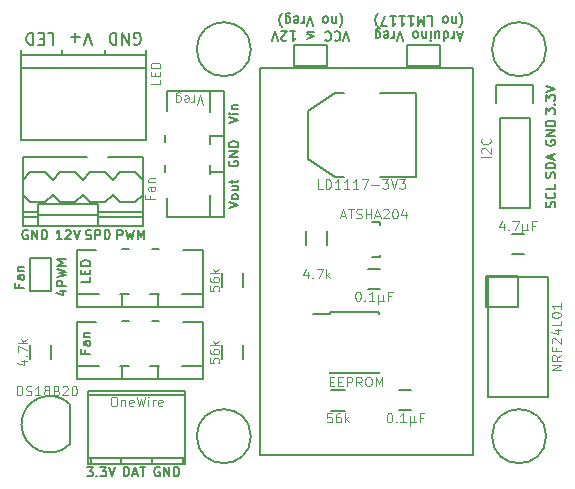
<source format=gto>
G04 #@! TF.FileFunction,Legend,Top*
%FSLAX46Y46*%
G04 Gerber Fmt 4.6, Leading zero omitted, Abs format (unit mm)*
G04 Created by KiCad (PCBNEW 4.0.2-stable) date Samedi 23 avril 2016 19:09:36*
%MOMM*%
G01*
G04 APERTURE LIST*
%ADD10C,0.100000*%
%ADD11C,0.150000*%
%ADD12C,0.200000*%
%ADD13C,0.127000*%
G04 APERTURE END LIST*
D10*
X137219048Y-42038095D02*
X136952381Y-41238095D01*
X136685714Y-42038095D01*
X136419048Y-41238095D02*
X136419048Y-41771429D01*
X136419048Y-41619048D02*
X136380953Y-41695238D01*
X136342857Y-41733333D01*
X136266667Y-41771429D01*
X136190476Y-41771429D01*
X135619048Y-41276190D02*
X135695238Y-41238095D01*
X135847619Y-41238095D01*
X135923810Y-41276190D01*
X135961905Y-41352381D01*
X135961905Y-41657143D01*
X135923810Y-41733333D01*
X135847619Y-41771429D01*
X135695238Y-41771429D01*
X135619048Y-41733333D01*
X135580953Y-41657143D01*
X135580953Y-41580952D01*
X135961905Y-41504762D01*
X134895239Y-41771429D02*
X134895239Y-41123810D01*
X134933334Y-41047619D01*
X134971429Y-41009524D01*
X135047620Y-40971429D01*
X135161905Y-40971429D01*
X135238096Y-41009524D01*
X134895239Y-41276190D02*
X134971429Y-41238095D01*
X135123810Y-41238095D01*
X135200001Y-41276190D01*
X135238096Y-41314286D01*
X135276191Y-41390476D01*
X135276191Y-41619048D01*
X135238096Y-41695238D01*
X135200001Y-41733333D01*
X135123810Y-41771429D01*
X134971429Y-41771429D01*
X134895239Y-41733333D01*
X147904476Y-65474857D02*
X148171143Y-65474857D01*
X148285429Y-65893905D02*
X147904476Y-65893905D01*
X147904476Y-65093905D01*
X148285429Y-65093905D01*
X148628286Y-65474857D02*
X148894953Y-65474857D01*
X149009239Y-65893905D02*
X148628286Y-65893905D01*
X148628286Y-65093905D01*
X149009239Y-65093905D01*
X149352096Y-65893905D02*
X149352096Y-65093905D01*
X149656858Y-65093905D01*
X149733049Y-65132000D01*
X149771144Y-65170095D01*
X149809239Y-65246286D01*
X149809239Y-65360571D01*
X149771144Y-65436762D01*
X149733049Y-65474857D01*
X149656858Y-65512952D01*
X149352096Y-65512952D01*
X150609239Y-65893905D02*
X150342572Y-65512952D01*
X150152096Y-65893905D02*
X150152096Y-65093905D01*
X150456858Y-65093905D01*
X150533049Y-65132000D01*
X150571144Y-65170095D01*
X150609239Y-65246286D01*
X150609239Y-65360571D01*
X150571144Y-65436762D01*
X150533049Y-65474857D01*
X150456858Y-65512952D01*
X150152096Y-65512952D01*
X151104477Y-65093905D02*
X151256858Y-65093905D01*
X151333049Y-65132000D01*
X151409239Y-65208190D01*
X151447334Y-65360571D01*
X151447334Y-65627238D01*
X151409239Y-65779619D01*
X151333049Y-65855810D01*
X151256858Y-65893905D01*
X151104477Y-65893905D01*
X151028287Y-65855810D01*
X150952096Y-65779619D01*
X150914001Y-65627238D01*
X150914001Y-65360571D01*
X150952096Y-65208190D01*
X151028287Y-65132000D01*
X151104477Y-65093905D01*
X151790191Y-65893905D02*
X151790191Y-65093905D01*
X152056858Y-65665333D01*
X152323525Y-65093905D01*
X152323525Y-65893905D01*
X148857048Y-51441333D02*
X149238000Y-51441333D01*
X148780857Y-51669905D02*
X149047524Y-50869905D01*
X149314191Y-51669905D01*
X149466571Y-50869905D02*
X149923714Y-50869905D01*
X149695143Y-51669905D02*
X149695143Y-50869905D01*
X150152286Y-51631810D02*
X150266572Y-51669905D01*
X150457048Y-51669905D01*
X150533238Y-51631810D01*
X150571334Y-51593714D01*
X150609429Y-51517524D01*
X150609429Y-51441333D01*
X150571334Y-51365143D01*
X150533238Y-51327048D01*
X150457048Y-51288952D01*
X150304667Y-51250857D01*
X150228476Y-51212762D01*
X150190381Y-51174667D01*
X150152286Y-51098476D01*
X150152286Y-51022286D01*
X150190381Y-50946095D01*
X150228476Y-50908000D01*
X150304667Y-50869905D01*
X150495143Y-50869905D01*
X150609429Y-50908000D01*
X150952286Y-51669905D02*
X150952286Y-50869905D01*
X150952286Y-51250857D02*
X151409429Y-51250857D01*
X151409429Y-51669905D02*
X151409429Y-50869905D01*
X151752286Y-51441333D02*
X152133238Y-51441333D01*
X151676095Y-51669905D02*
X151942762Y-50869905D01*
X152209429Y-51669905D01*
X152438000Y-50946095D02*
X152476095Y-50908000D01*
X152552286Y-50869905D01*
X152742762Y-50869905D01*
X152818952Y-50908000D01*
X152857048Y-50946095D01*
X152895143Y-51022286D01*
X152895143Y-51098476D01*
X152857048Y-51212762D01*
X152399905Y-51669905D01*
X152895143Y-51669905D01*
X153390381Y-50869905D02*
X153466572Y-50869905D01*
X153542762Y-50908000D01*
X153580857Y-50946095D01*
X153618953Y-51022286D01*
X153657048Y-51174667D01*
X153657048Y-51365143D01*
X153618953Y-51517524D01*
X153580857Y-51593714D01*
X153542762Y-51631810D01*
X153466572Y-51669905D01*
X153390381Y-51669905D01*
X153314191Y-51631810D01*
X153276095Y-51593714D01*
X153238000Y-51517524D01*
X153199905Y-51365143D01*
X153199905Y-51174667D01*
X153238000Y-51022286D01*
X153276095Y-50946095D01*
X153314191Y-50908000D01*
X153390381Y-50869905D01*
X154342762Y-51136571D02*
X154342762Y-51669905D01*
X154152286Y-50831810D02*
X153961810Y-51403238D01*
X154457048Y-51403238D01*
X147323810Y-49161905D02*
X146942857Y-49161905D01*
X146942857Y-48361905D01*
X147590476Y-49161905D02*
X147590476Y-48361905D01*
X147780952Y-48361905D01*
X147895238Y-48400000D01*
X147971429Y-48476190D01*
X148009524Y-48552381D01*
X148047619Y-48704762D01*
X148047619Y-48819048D01*
X148009524Y-48971429D01*
X147971429Y-49047619D01*
X147895238Y-49123810D01*
X147780952Y-49161905D01*
X147590476Y-49161905D01*
X148809524Y-49161905D02*
X148352381Y-49161905D01*
X148580952Y-49161905D02*
X148580952Y-48361905D01*
X148504762Y-48476190D01*
X148428571Y-48552381D01*
X148352381Y-48590476D01*
X149571429Y-49161905D02*
X149114286Y-49161905D01*
X149342857Y-49161905D02*
X149342857Y-48361905D01*
X149266667Y-48476190D01*
X149190476Y-48552381D01*
X149114286Y-48590476D01*
X150333334Y-49161905D02*
X149876191Y-49161905D01*
X150104762Y-49161905D02*
X150104762Y-48361905D01*
X150028572Y-48476190D01*
X149952381Y-48552381D01*
X149876191Y-48590476D01*
X150600001Y-48361905D02*
X151133334Y-48361905D01*
X150790477Y-49161905D01*
X151438096Y-48857143D02*
X152047620Y-48857143D01*
X152352382Y-48361905D02*
X152847620Y-48361905D01*
X152580953Y-48666667D01*
X152695239Y-48666667D01*
X152771429Y-48704762D01*
X152809525Y-48742857D01*
X152847620Y-48819048D01*
X152847620Y-49009524D01*
X152809525Y-49085714D01*
X152771429Y-49123810D01*
X152695239Y-49161905D01*
X152466667Y-49161905D01*
X152390477Y-49123810D01*
X152352382Y-49085714D01*
X153076191Y-48361905D02*
X153342858Y-49161905D01*
X153609525Y-48361905D01*
X153800001Y-48361905D02*
X154295239Y-48361905D01*
X154028572Y-48666667D01*
X154142858Y-48666667D01*
X154219048Y-48704762D01*
X154257144Y-48742857D01*
X154295239Y-48819048D01*
X154295239Y-49009524D01*
X154257144Y-49085714D01*
X154219048Y-49123810D01*
X154142858Y-49161905D01*
X153914286Y-49161905D01*
X153838096Y-49123810D01*
X153800001Y-49085714D01*
D11*
X159124191Y-36061667D02*
X158743239Y-36061667D01*
X159200382Y-35833095D02*
X158933715Y-36633095D01*
X158667048Y-35833095D01*
X158400382Y-35833095D02*
X158400382Y-36366429D01*
X158400382Y-36214048D02*
X158362287Y-36290238D01*
X158324191Y-36328333D01*
X158248001Y-36366429D01*
X158171810Y-36366429D01*
X157562287Y-35833095D02*
X157562287Y-36633095D01*
X157562287Y-35871190D02*
X157638477Y-35833095D01*
X157790858Y-35833095D01*
X157867049Y-35871190D01*
X157905144Y-35909286D01*
X157943239Y-35985476D01*
X157943239Y-36214048D01*
X157905144Y-36290238D01*
X157867049Y-36328333D01*
X157790858Y-36366429D01*
X157638477Y-36366429D01*
X157562287Y-36328333D01*
X156838477Y-36366429D02*
X156838477Y-35833095D01*
X157181334Y-36366429D02*
X157181334Y-35947381D01*
X157143239Y-35871190D01*
X157067048Y-35833095D01*
X156952762Y-35833095D01*
X156876572Y-35871190D01*
X156838477Y-35909286D01*
X156457524Y-35833095D02*
X156457524Y-36366429D01*
X156457524Y-36633095D02*
X156495619Y-36595000D01*
X156457524Y-36556905D01*
X156419429Y-36595000D01*
X156457524Y-36633095D01*
X156457524Y-36556905D01*
X156076572Y-36366429D02*
X156076572Y-35833095D01*
X156076572Y-36290238D02*
X156038477Y-36328333D01*
X155962286Y-36366429D01*
X155848000Y-36366429D01*
X155771810Y-36328333D01*
X155733715Y-36252143D01*
X155733715Y-35833095D01*
X155238476Y-35833095D02*
X155314667Y-35871190D01*
X155352762Y-35909286D01*
X155390857Y-35985476D01*
X155390857Y-36214048D01*
X155352762Y-36290238D01*
X155314667Y-36328333D01*
X155238476Y-36366429D01*
X155124190Y-36366429D01*
X155048000Y-36328333D01*
X155009905Y-36290238D01*
X154971809Y-36214048D01*
X154971809Y-35985476D01*
X155009905Y-35909286D01*
X155048000Y-35871190D01*
X155124190Y-35833095D01*
X155238476Y-35833095D01*
X154133714Y-36633095D02*
X153867047Y-35833095D01*
X153600380Y-36633095D01*
X153333714Y-35833095D02*
X153333714Y-36366429D01*
X153333714Y-36214048D02*
X153295619Y-36290238D01*
X153257523Y-36328333D01*
X153181333Y-36366429D01*
X153105142Y-36366429D01*
X152533714Y-35871190D02*
X152609904Y-35833095D01*
X152762285Y-35833095D01*
X152838476Y-35871190D01*
X152876571Y-35947381D01*
X152876571Y-36252143D01*
X152838476Y-36328333D01*
X152762285Y-36366429D01*
X152609904Y-36366429D01*
X152533714Y-36328333D01*
X152495619Y-36252143D01*
X152495619Y-36175952D01*
X152876571Y-36099762D01*
X151809905Y-36366429D02*
X151809905Y-35718810D01*
X151848000Y-35642619D01*
X151886095Y-35604524D01*
X151962286Y-35566429D01*
X152076571Y-35566429D01*
X152152762Y-35604524D01*
X151809905Y-35871190D02*
X151886095Y-35833095D01*
X152038476Y-35833095D01*
X152114667Y-35871190D01*
X152152762Y-35909286D01*
X152190857Y-35985476D01*
X152190857Y-36214048D01*
X152152762Y-36290238D01*
X152114667Y-36328333D01*
X152038476Y-36366429D01*
X151886095Y-36366429D01*
X151809905Y-36328333D01*
X158895619Y-34258333D02*
X158933715Y-34296429D01*
X159009905Y-34410714D01*
X159048000Y-34486905D01*
X159086096Y-34601190D01*
X159124191Y-34791667D01*
X159124191Y-34944048D01*
X159086096Y-35134524D01*
X159048000Y-35248810D01*
X159009905Y-35325000D01*
X158933715Y-35439286D01*
X158895619Y-35477381D01*
X158590858Y-35096429D02*
X158590858Y-34563095D01*
X158590858Y-35020238D02*
X158552763Y-35058333D01*
X158476572Y-35096429D01*
X158362286Y-35096429D01*
X158286096Y-35058333D01*
X158248001Y-34982143D01*
X158248001Y-34563095D01*
X157752762Y-34563095D02*
X157828953Y-34601190D01*
X157867048Y-34639286D01*
X157905143Y-34715476D01*
X157905143Y-34944048D01*
X157867048Y-35020238D01*
X157828953Y-35058333D01*
X157752762Y-35096429D01*
X157638476Y-35096429D01*
X157562286Y-35058333D01*
X157524191Y-35020238D01*
X157486095Y-34944048D01*
X157486095Y-34715476D01*
X157524191Y-34639286D01*
X157562286Y-34601190D01*
X157638476Y-34563095D01*
X157752762Y-34563095D01*
X156152761Y-34563095D02*
X156533714Y-34563095D01*
X156533714Y-35363095D01*
X155886095Y-34563095D02*
X155886095Y-35363095D01*
X155619428Y-34791667D01*
X155352761Y-35363095D01*
X155352761Y-34563095D01*
X154552761Y-34563095D02*
X155009904Y-34563095D01*
X154781333Y-34563095D02*
X154781333Y-35363095D01*
X154857523Y-35248810D01*
X154933714Y-35172619D01*
X155009904Y-35134524D01*
X153790856Y-34563095D02*
X154247999Y-34563095D01*
X154019428Y-34563095D02*
X154019428Y-35363095D01*
X154095618Y-35248810D01*
X154171809Y-35172619D01*
X154247999Y-35134524D01*
X153028951Y-34563095D02*
X153486094Y-34563095D01*
X153257523Y-34563095D02*
X153257523Y-35363095D01*
X153333713Y-35248810D01*
X153409904Y-35172619D01*
X153486094Y-35134524D01*
X152762284Y-35363095D02*
X152228951Y-35363095D01*
X152571808Y-34563095D01*
X152000379Y-34258333D02*
X151962284Y-34296429D01*
X151886094Y-34410714D01*
X151847998Y-34486905D01*
X151809903Y-34601190D01*
X151771808Y-34791667D01*
X151771808Y-34944048D01*
X151809903Y-35134524D01*
X151847998Y-35248810D01*
X151886094Y-35325000D01*
X151962284Y-35439286D01*
X152000379Y-35477381D01*
X121608857Y-57251524D02*
X121608857Y-57518191D01*
X122027905Y-57518191D02*
X121227905Y-57518191D01*
X121227905Y-57137238D01*
X122027905Y-56489620D02*
X121608857Y-56489620D01*
X121532667Y-56527715D01*
X121494571Y-56603905D01*
X121494571Y-56756286D01*
X121532667Y-56832477D01*
X121989810Y-56489620D02*
X122027905Y-56565810D01*
X122027905Y-56756286D01*
X121989810Y-56832477D01*
X121913619Y-56870572D01*
X121837429Y-56870572D01*
X121761238Y-56832477D01*
X121723143Y-56756286D01*
X121723143Y-56565810D01*
X121685048Y-56489620D01*
X121494571Y-56108667D02*
X122027905Y-56108667D01*
X121570762Y-56108667D02*
X121532667Y-56070572D01*
X121494571Y-55994381D01*
X121494571Y-55880095D01*
X121532667Y-55803905D01*
X121608857Y-55765810D01*
X122027905Y-55765810D01*
X125050571Y-57803905D02*
X125583905Y-57803905D01*
X124745810Y-57994381D02*
X125317238Y-58184857D01*
X125317238Y-57689619D01*
X125583905Y-57384857D02*
X124783905Y-57384857D01*
X124783905Y-57080095D01*
X124822000Y-57003904D01*
X124860095Y-56965809D01*
X124936286Y-56927714D01*
X125050571Y-56927714D01*
X125126762Y-56965809D01*
X125164857Y-57003904D01*
X125202952Y-57080095D01*
X125202952Y-57384857D01*
X124783905Y-56661047D02*
X125583905Y-56470571D01*
X125012476Y-56318190D01*
X125583905Y-56165809D01*
X124783905Y-55975333D01*
X125583905Y-55670571D02*
X124783905Y-55670571D01*
X125355333Y-55403904D01*
X124783905Y-55137237D01*
X125583905Y-55137237D01*
X149580191Y-36633095D02*
X149313524Y-35833095D01*
X149046857Y-36633095D01*
X148323048Y-35909286D02*
X148361143Y-35871190D01*
X148475429Y-35833095D01*
X148551619Y-35833095D01*
X148665905Y-35871190D01*
X148742096Y-35947381D01*
X148780191Y-36023571D01*
X148818286Y-36175952D01*
X148818286Y-36290238D01*
X148780191Y-36442619D01*
X148742096Y-36518810D01*
X148665905Y-36595000D01*
X148551619Y-36633095D01*
X148475429Y-36633095D01*
X148361143Y-36595000D01*
X148323048Y-36556905D01*
X147523048Y-35909286D02*
X147561143Y-35871190D01*
X147675429Y-35833095D01*
X147751619Y-35833095D01*
X147865905Y-35871190D01*
X147942096Y-35947381D01*
X147980191Y-36023571D01*
X148018286Y-36175952D01*
X148018286Y-36290238D01*
X147980191Y-36442619D01*
X147942096Y-36518810D01*
X147865905Y-36595000D01*
X147751619Y-36633095D01*
X147675429Y-36633095D01*
X147561143Y-36595000D01*
X147523048Y-36556905D01*
X145961143Y-35871190D02*
X146570667Y-35871190D01*
X145961143Y-36023571D02*
X146570667Y-36252143D01*
X145961143Y-36480714D01*
X144551619Y-35833095D02*
X145008762Y-35833095D01*
X144780191Y-35833095D02*
X144780191Y-36633095D01*
X144856381Y-36518810D01*
X144932572Y-36442619D01*
X145008762Y-36404524D01*
X144246857Y-36556905D02*
X144208762Y-36595000D01*
X144132571Y-36633095D01*
X143942095Y-36633095D01*
X143865905Y-36595000D01*
X143827809Y-36556905D01*
X143789714Y-36480714D01*
X143789714Y-36404524D01*
X143827809Y-36290238D01*
X144284952Y-35833095D01*
X143789714Y-35833095D01*
X143561143Y-36633095D02*
X143294476Y-35833095D01*
X143027809Y-36633095D01*
X148742095Y-34258333D02*
X148780191Y-34296429D01*
X148856381Y-34410714D01*
X148894476Y-34486905D01*
X148932572Y-34601190D01*
X148970667Y-34791667D01*
X148970667Y-34944048D01*
X148932572Y-35134524D01*
X148894476Y-35248810D01*
X148856381Y-35325000D01*
X148780191Y-35439286D01*
X148742095Y-35477381D01*
X148437334Y-35096429D02*
X148437334Y-34563095D01*
X148437334Y-35020238D02*
X148399239Y-35058333D01*
X148323048Y-35096429D01*
X148208762Y-35096429D01*
X148132572Y-35058333D01*
X148094477Y-34982143D01*
X148094477Y-34563095D01*
X147599238Y-34563095D02*
X147675429Y-34601190D01*
X147713524Y-34639286D01*
X147751619Y-34715476D01*
X147751619Y-34944048D01*
X147713524Y-35020238D01*
X147675429Y-35058333D01*
X147599238Y-35096429D01*
X147484952Y-35096429D01*
X147408762Y-35058333D01*
X147370667Y-35020238D01*
X147332571Y-34944048D01*
X147332571Y-34715476D01*
X147370667Y-34639286D01*
X147408762Y-34601190D01*
X147484952Y-34563095D01*
X147599238Y-34563095D01*
X146494476Y-35363095D02*
X146227809Y-34563095D01*
X145961142Y-35363095D01*
X145694476Y-34563095D02*
X145694476Y-35096429D01*
X145694476Y-34944048D02*
X145656381Y-35020238D01*
X145618285Y-35058333D01*
X145542095Y-35096429D01*
X145465904Y-35096429D01*
X144894476Y-34601190D02*
X144970666Y-34563095D01*
X145123047Y-34563095D01*
X145199238Y-34601190D01*
X145237333Y-34677381D01*
X145237333Y-34982143D01*
X145199238Y-35058333D01*
X145123047Y-35096429D01*
X144970666Y-35096429D01*
X144894476Y-35058333D01*
X144856381Y-34982143D01*
X144856381Y-34905952D01*
X145237333Y-34829762D01*
X144170667Y-35096429D02*
X144170667Y-34448810D01*
X144208762Y-34372619D01*
X144246857Y-34334524D01*
X144323048Y-34296429D01*
X144437333Y-34296429D01*
X144513524Y-34334524D01*
X144170667Y-34601190D02*
X144246857Y-34563095D01*
X144399238Y-34563095D01*
X144475429Y-34601190D01*
X144513524Y-34639286D01*
X144551619Y-34715476D01*
X144551619Y-34944048D01*
X144513524Y-35020238D01*
X144475429Y-35058333D01*
X144399238Y-35096429D01*
X144246857Y-35096429D01*
X144170667Y-35058333D01*
X143865904Y-34258333D02*
X143827809Y-34296429D01*
X143751619Y-34410714D01*
X143713523Y-34486905D01*
X143675428Y-34601190D01*
X143637333Y-34791667D01*
X143637333Y-34944048D01*
X143675428Y-35134524D01*
X143713523Y-35248810D01*
X143751619Y-35325000D01*
X143827809Y-35439286D01*
X143865904Y-35477381D01*
X127196857Y-62839524D02*
X127196857Y-63106191D01*
X127615905Y-63106191D02*
X126815905Y-63106191D01*
X126815905Y-62725238D01*
X127615905Y-62077620D02*
X127196857Y-62077620D01*
X127120667Y-62115715D01*
X127082571Y-62191905D01*
X127082571Y-62344286D01*
X127120667Y-62420477D01*
X127577810Y-62077620D02*
X127615905Y-62153810D01*
X127615905Y-62344286D01*
X127577810Y-62420477D01*
X127501619Y-62458572D01*
X127425429Y-62458572D01*
X127349238Y-62420477D01*
X127311143Y-62344286D01*
X127311143Y-62153810D01*
X127273048Y-62077620D01*
X127082571Y-61696667D02*
X127615905Y-61696667D01*
X127158762Y-61696667D02*
X127120667Y-61658572D01*
X127082571Y-61582381D01*
X127082571Y-61468095D01*
X127120667Y-61391905D01*
X127196857Y-61353810D01*
X127615905Y-61353810D01*
X127615905Y-56648285D02*
X127615905Y-57029238D01*
X126815905Y-57029238D01*
X127196857Y-56381619D02*
X127196857Y-56114952D01*
X127615905Y-56000666D02*
X127615905Y-56381619D01*
X126815905Y-56381619D01*
X126815905Y-56000666D01*
X127615905Y-55657809D02*
X126815905Y-55657809D01*
X126815905Y-55467333D01*
X126854000Y-55353047D01*
X126930190Y-55276856D01*
X127006381Y-55238761D01*
X127158762Y-55200666D01*
X127273048Y-55200666D01*
X127425429Y-55238761D01*
X127501619Y-55276856D01*
X127577810Y-55353047D01*
X127615905Y-55467333D01*
X127615905Y-55657809D01*
X139361905Y-50819048D02*
X140161905Y-50552381D01*
X139361905Y-50285714D01*
X140161905Y-49904762D02*
X140123810Y-49980953D01*
X140085714Y-50019048D01*
X140009524Y-50057143D01*
X139780952Y-50057143D01*
X139704762Y-50019048D01*
X139666667Y-49980953D01*
X139628571Y-49904762D01*
X139628571Y-49790476D01*
X139666667Y-49714286D01*
X139704762Y-49676191D01*
X139780952Y-49638095D01*
X140009524Y-49638095D01*
X140085714Y-49676191D01*
X140123810Y-49714286D01*
X140161905Y-49790476D01*
X140161905Y-49904762D01*
X139628571Y-48952381D02*
X140161905Y-48952381D01*
X139628571Y-49295238D02*
X140047619Y-49295238D01*
X140123810Y-49257143D01*
X140161905Y-49180952D01*
X140161905Y-49066666D01*
X140123810Y-48990476D01*
X140085714Y-48952381D01*
X139628571Y-48685714D02*
X139628571Y-48380952D01*
X139361905Y-48571428D02*
X140047619Y-48571428D01*
X140123810Y-48533333D01*
X140161905Y-48457142D01*
X140161905Y-48380952D01*
X139400000Y-46809523D02*
X139361905Y-46885714D01*
X139361905Y-46999999D01*
X139400000Y-47114285D01*
X139476190Y-47190476D01*
X139552381Y-47228571D01*
X139704762Y-47266666D01*
X139819048Y-47266666D01*
X139971429Y-47228571D01*
X140047619Y-47190476D01*
X140123810Y-47114285D01*
X140161905Y-46999999D01*
X140161905Y-46923809D01*
X140123810Y-46809523D01*
X140085714Y-46771428D01*
X139819048Y-46771428D01*
X139819048Y-46923809D01*
X140161905Y-46428571D02*
X139361905Y-46428571D01*
X140161905Y-45971428D01*
X139361905Y-45971428D01*
X140161905Y-45590476D02*
X139361905Y-45590476D01*
X139361905Y-45400000D01*
X139400000Y-45285714D01*
X139476190Y-45209523D01*
X139552381Y-45171428D01*
X139704762Y-45133333D01*
X139819048Y-45133333D01*
X139971429Y-45171428D01*
X140047619Y-45209523D01*
X140123810Y-45285714D01*
X140161905Y-45400000D01*
X140161905Y-45590476D01*
X139361905Y-43619048D02*
X140161905Y-43352381D01*
X139361905Y-43085714D01*
X140161905Y-42819048D02*
X139628571Y-42819048D01*
X139361905Y-42819048D02*
X139400000Y-42857143D01*
X139438095Y-42819048D01*
X139400000Y-42780953D01*
X139361905Y-42819048D01*
X139438095Y-42819048D01*
X139628571Y-42438096D02*
X140161905Y-42438096D01*
X139704762Y-42438096D02*
X139666667Y-42400001D01*
X139628571Y-42323810D01*
X139628571Y-42209524D01*
X139666667Y-42133334D01*
X139742857Y-42095239D01*
X140161905Y-42095239D01*
X166947810Y-50736381D02*
X166985905Y-50622095D01*
X166985905Y-50431619D01*
X166947810Y-50355429D01*
X166909714Y-50317333D01*
X166833524Y-50279238D01*
X166757333Y-50279238D01*
X166681143Y-50317333D01*
X166643048Y-50355429D01*
X166604952Y-50431619D01*
X166566857Y-50584000D01*
X166528762Y-50660191D01*
X166490667Y-50698286D01*
X166414476Y-50736381D01*
X166338286Y-50736381D01*
X166262095Y-50698286D01*
X166224000Y-50660191D01*
X166185905Y-50584000D01*
X166185905Y-50393524D01*
X166224000Y-50279238D01*
X166909714Y-49479238D02*
X166947810Y-49517333D01*
X166985905Y-49631619D01*
X166985905Y-49707809D01*
X166947810Y-49822095D01*
X166871619Y-49898286D01*
X166795429Y-49936381D01*
X166643048Y-49974476D01*
X166528762Y-49974476D01*
X166376381Y-49936381D01*
X166300190Y-49898286D01*
X166224000Y-49822095D01*
X166185905Y-49707809D01*
X166185905Y-49631619D01*
X166224000Y-49517333D01*
X166262095Y-49479238D01*
X166985905Y-48755428D02*
X166985905Y-49136381D01*
X166185905Y-49136381D01*
X166947810Y-48215428D02*
X166985905Y-48101142D01*
X166985905Y-47910666D01*
X166947810Y-47834476D01*
X166909714Y-47796380D01*
X166833524Y-47758285D01*
X166757333Y-47758285D01*
X166681143Y-47796380D01*
X166643048Y-47834476D01*
X166604952Y-47910666D01*
X166566857Y-48063047D01*
X166528762Y-48139238D01*
X166490667Y-48177333D01*
X166414476Y-48215428D01*
X166338286Y-48215428D01*
X166262095Y-48177333D01*
X166224000Y-48139238D01*
X166185905Y-48063047D01*
X166185905Y-47872571D01*
X166224000Y-47758285D01*
X166985905Y-47415428D02*
X166185905Y-47415428D01*
X166185905Y-47224952D01*
X166224000Y-47110666D01*
X166300190Y-47034475D01*
X166376381Y-46996380D01*
X166528762Y-46958285D01*
X166643048Y-46958285D01*
X166795429Y-46996380D01*
X166871619Y-47034475D01*
X166947810Y-47110666D01*
X166985905Y-47224952D01*
X166985905Y-47415428D01*
X166757333Y-46653523D02*
X166757333Y-46272571D01*
X166985905Y-46729714D02*
X166185905Y-46463047D01*
X166985905Y-46196380D01*
X166224000Y-45059523D02*
X166185905Y-45135714D01*
X166185905Y-45249999D01*
X166224000Y-45364285D01*
X166300190Y-45440476D01*
X166376381Y-45478571D01*
X166528762Y-45516666D01*
X166643048Y-45516666D01*
X166795429Y-45478571D01*
X166871619Y-45440476D01*
X166947810Y-45364285D01*
X166985905Y-45249999D01*
X166985905Y-45173809D01*
X166947810Y-45059523D01*
X166909714Y-45021428D01*
X166643048Y-45021428D01*
X166643048Y-45173809D01*
X166985905Y-44678571D02*
X166185905Y-44678571D01*
X166985905Y-44221428D01*
X166185905Y-44221428D01*
X166985905Y-43840476D02*
X166185905Y-43840476D01*
X166185905Y-43650000D01*
X166224000Y-43535714D01*
X166300190Y-43459523D01*
X166376381Y-43421428D01*
X166528762Y-43383333D01*
X166643048Y-43383333D01*
X166795429Y-43421428D01*
X166871619Y-43459523D01*
X166947810Y-43535714D01*
X166985905Y-43650000D01*
X166985905Y-43840476D01*
X166185905Y-42836952D02*
X166185905Y-42341714D01*
X166490667Y-42608381D01*
X166490667Y-42494095D01*
X166528762Y-42417905D01*
X166566857Y-42379809D01*
X166643048Y-42341714D01*
X166833524Y-42341714D01*
X166909714Y-42379809D01*
X166947810Y-42417905D01*
X166985905Y-42494095D01*
X166985905Y-42722667D01*
X166947810Y-42798857D01*
X166909714Y-42836952D01*
X166909714Y-41998857D02*
X166947810Y-41960762D01*
X166985905Y-41998857D01*
X166947810Y-42036952D01*
X166909714Y-41998857D01*
X166985905Y-41998857D01*
X166185905Y-41694095D02*
X166185905Y-41198857D01*
X166490667Y-41465524D01*
X166490667Y-41351238D01*
X166528762Y-41275048D01*
X166566857Y-41236952D01*
X166643048Y-41198857D01*
X166833524Y-41198857D01*
X166909714Y-41236952D01*
X166947810Y-41275048D01*
X166985905Y-41351238D01*
X166985905Y-41579810D01*
X166947810Y-41656000D01*
X166909714Y-41694095D01*
X166185905Y-40970286D02*
X166985905Y-40703619D01*
X166185905Y-40436952D01*
X129940190Y-53447905D02*
X129940190Y-52647905D01*
X130244952Y-52647905D01*
X130321143Y-52686000D01*
X130359238Y-52724095D01*
X130397333Y-52800286D01*
X130397333Y-52914571D01*
X130359238Y-52990762D01*
X130321143Y-53028857D01*
X130244952Y-53066952D01*
X129940190Y-53066952D01*
X130664000Y-52647905D02*
X130854476Y-53447905D01*
X131006857Y-52876476D01*
X131159238Y-53447905D01*
X131349714Y-52647905D01*
X131654476Y-53447905D02*
X131654476Y-52647905D01*
X131921143Y-53219333D01*
X132187810Y-52647905D01*
X132187810Y-53447905D01*
X133502477Y-72752000D02*
X133426286Y-72713905D01*
X133312001Y-72713905D01*
X133197715Y-72752000D01*
X133121524Y-72828190D01*
X133083429Y-72904381D01*
X133045334Y-73056762D01*
X133045334Y-73171048D01*
X133083429Y-73323429D01*
X133121524Y-73399619D01*
X133197715Y-73475810D01*
X133312001Y-73513905D01*
X133388191Y-73513905D01*
X133502477Y-73475810D01*
X133540572Y-73437714D01*
X133540572Y-73171048D01*
X133388191Y-73171048D01*
X133883429Y-73513905D02*
X133883429Y-72713905D01*
X134340572Y-73513905D01*
X134340572Y-72713905D01*
X134721524Y-73513905D02*
X134721524Y-72713905D01*
X134912000Y-72713905D01*
X135026286Y-72752000D01*
X135102477Y-72828190D01*
X135140572Y-72904381D01*
X135178667Y-73056762D01*
X135178667Y-73171048D01*
X135140572Y-73323429D01*
X135102477Y-73399619D01*
X135026286Y-73475810D01*
X134912000Y-73513905D01*
X134721524Y-73513905D01*
X130460857Y-73513905D02*
X130460857Y-72713905D01*
X130651333Y-72713905D01*
X130765619Y-72752000D01*
X130841810Y-72828190D01*
X130879905Y-72904381D01*
X130918000Y-73056762D01*
X130918000Y-73171048D01*
X130879905Y-73323429D01*
X130841810Y-73399619D01*
X130765619Y-73475810D01*
X130651333Y-73513905D01*
X130460857Y-73513905D01*
X131222762Y-73285333D02*
X131603714Y-73285333D01*
X131146571Y-73513905D02*
X131413238Y-72713905D01*
X131679905Y-73513905D01*
X131832285Y-72713905D02*
X132289428Y-72713905D01*
X132060857Y-73513905D02*
X132060857Y-72713905D01*
X127343048Y-72713905D02*
X127838286Y-72713905D01*
X127571619Y-73018667D01*
X127685905Y-73018667D01*
X127762095Y-73056762D01*
X127800191Y-73094857D01*
X127838286Y-73171048D01*
X127838286Y-73361524D01*
X127800191Y-73437714D01*
X127762095Y-73475810D01*
X127685905Y-73513905D01*
X127457333Y-73513905D01*
X127381143Y-73475810D01*
X127343048Y-73437714D01*
X128181143Y-73437714D02*
X128219238Y-73475810D01*
X128181143Y-73513905D01*
X128143048Y-73475810D01*
X128181143Y-73437714D01*
X128181143Y-73513905D01*
X128485905Y-72713905D02*
X128981143Y-72713905D01*
X128714476Y-73018667D01*
X128828762Y-73018667D01*
X128904952Y-73056762D01*
X128943048Y-73094857D01*
X128981143Y-73171048D01*
X128981143Y-73361524D01*
X128943048Y-73437714D01*
X128904952Y-73475810D01*
X128828762Y-73513905D01*
X128600190Y-73513905D01*
X128524000Y-73475810D01*
X128485905Y-73437714D01*
X129209714Y-72713905D02*
X129476381Y-73513905D01*
X129743048Y-72713905D01*
D12*
X131361904Y-36900000D02*
X131457142Y-36947619D01*
X131599999Y-36947619D01*
X131742857Y-36900000D01*
X131838095Y-36804762D01*
X131885714Y-36709524D01*
X131933333Y-36519048D01*
X131933333Y-36376190D01*
X131885714Y-36185714D01*
X131838095Y-36090476D01*
X131742857Y-35995238D01*
X131599999Y-35947619D01*
X131504761Y-35947619D01*
X131361904Y-35995238D01*
X131314285Y-36042857D01*
X131314285Y-36376190D01*
X131504761Y-36376190D01*
X130885714Y-35947619D02*
X130885714Y-36947619D01*
X130314285Y-35947619D01*
X130314285Y-36947619D01*
X129838095Y-35947619D02*
X129838095Y-36947619D01*
X129600000Y-36947619D01*
X129457142Y-36900000D01*
X129361904Y-36804762D01*
X129314285Y-36709524D01*
X129266666Y-36519048D01*
X129266666Y-36376190D01*
X129314285Y-36185714D01*
X129361904Y-36090476D01*
X129457142Y-35995238D01*
X129600000Y-35947619D01*
X129838095Y-35947619D01*
X124042857Y-35947619D02*
X124519048Y-35947619D01*
X124519048Y-36947619D01*
X123709524Y-36471429D02*
X123376190Y-36471429D01*
X123233333Y-35947619D02*
X123709524Y-35947619D01*
X123709524Y-36947619D01*
X123233333Y-36947619D01*
X122804762Y-35947619D02*
X122804762Y-36947619D01*
X122566667Y-36947619D01*
X122423809Y-36900000D01*
X122328571Y-36804762D01*
X122280952Y-36709524D01*
X122233333Y-36519048D01*
X122233333Y-36376190D01*
X122280952Y-36185714D01*
X122328571Y-36090476D01*
X122423809Y-35995238D01*
X122566667Y-35947619D01*
X122804762Y-35947619D01*
X127752381Y-36947619D02*
X127419048Y-35947619D01*
X127085714Y-36947619D01*
X126752381Y-36328571D02*
X125990476Y-36328571D01*
X126371428Y-35947619D02*
X126371428Y-36709524D01*
D11*
X127241429Y-53409810D02*
X127355715Y-53447905D01*
X127546191Y-53447905D01*
X127622381Y-53409810D01*
X127660477Y-53371714D01*
X127698572Y-53295524D01*
X127698572Y-53219333D01*
X127660477Y-53143143D01*
X127622381Y-53105048D01*
X127546191Y-53066952D01*
X127393810Y-53028857D01*
X127317619Y-52990762D01*
X127279524Y-52952667D01*
X127241429Y-52876476D01*
X127241429Y-52800286D01*
X127279524Y-52724095D01*
X127317619Y-52686000D01*
X127393810Y-52647905D01*
X127584286Y-52647905D01*
X127698572Y-52686000D01*
X128041429Y-53447905D02*
X128041429Y-52647905D01*
X128346191Y-52647905D01*
X128422382Y-52686000D01*
X128460477Y-52724095D01*
X128498572Y-52800286D01*
X128498572Y-52914571D01*
X128460477Y-52990762D01*
X128422382Y-53028857D01*
X128346191Y-53066952D01*
X128041429Y-53066952D01*
X128841429Y-53447905D02*
X128841429Y-52647905D01*
X129031905Y-52647905D01*
X129146191Y-52686000D01*
X129222382Y-52762190D01*
X129260477Y-52838381D01*
X129298572Y-52990762D01*
X129298572Y-53105048D01*
X129260477Y-53257429D01*
X129222382Y-53333619D01*
X129146191Y-53409810D01*
X129031905Y-53447905D01*
X128841429Y-53447905D01*
X125234762Y-53447905D02*
X124777619Y-53447905D01*
X125006190Y-53447905D02*
X125006190Y-52647905D01*
X124930000Y-52762190D01*
X124853809Y-52838381D01*
X124777619Y-52876476D01*
X125539524Y-52724095D02*
X125577619Y-52686000D01*
X125653810Y-52647905D01*
X125844286Y-52647905D01*
X125920476Y-52686000D01*
X125958572Y-52724095D01*
X125996667Y-52800286D01*
X125996667Y-52876476D01*
X125958572Y-52990762D01*
X125501429Y-53447905D01*
X125996667Y-53447905D01*
X126225238Y-52647905D02*
X126491905Y-53447905D01*
X126758572Y-52647905D01*
X122326477Y-52686000D02*
X122250286Y-52647905D01*
X122136001Y-52647905D01*
X122021715Y-52686000D01*
X121945524Y-52762190D01*
X121907429Y-52838381D01*
X121869334Y-52990762D01*
X121869334Y-53105048D01*
X121907429Y-53257429D01*
X121945524Y-53333619D01*
X122021715Y-53409810D01*
X122136001Y-53447905D01*
X122212191Y-53447905D01*
X122326477Y-53409810D01*
X122364572Y-53371714D01*
X122364572Y-53105048D01*
X122212191Y-53105048D01*
X122707429Y-53447905D02*
X122707429Y-52647905D01*
X123164572Y-53447905D01*
X123164572Y-52647905D01*
X123545524Y-53447905D02*
X123545524Y-52647905D01*
X123736000Y-52647905D01*
X123850286Y-52686000D01*
X123926477Y-52762190D01*
X123964572Y-52838381D01*
X124002667Y-52990762D01*
X124002667Y-53105048D01*
X123964572Y-53257429D01*
X123926477Y-53333619D01*
X123850286Y-53409810D01*
X123736000Y-53447905D01*
X123545524Y-53447905D01*
X141978000Y-71696000D02*
X160012000Y-71696000D01*
X160012000Y-38930000D02*
X141978000Y-38930000D01*
X141978000Y-71696000D02*
X141978000Y-38930000D01*
X160012000Y-38930000D02*
X160012000Y-71696000D01*
X166224000Y-37338000D02*
G75*
G03X166224000Y-37338000I-2286000J0D01*
G01*
X141224000Y-37338000D02*
G75*
G03X141224000Y-37338000I-2286000J0D01*
G01*
X126492000Y-58039000D02*
X128397000Y-58039000D01*
X130937000Y-58039000D02*
X130175000Y-58039000D01*
X133350000Y-58039000D02*
X133477000Y-58039000D01*
X133350000Y-58039000D02*
X132715000Y-58039000D01*
X137160000Y-58039000D02*
X135382000Y-58039000D01*
X137160000Y-54356000D02*
X135509000Y-54356000D01*
X132842000Y-54229000D02*
X133477000Y-54229000D01*
X130302000Y-54229000D02*
X130937000Y-54229000D01*
X126492000Y-54356000D02*
X128143000Y-54356000D01*
X133350000Y-59182000D02*
X133350000Y-58039000D01*
X130302000Y-59182000D02*
X130302000Y-58039000D01*
X126492000Y-58039000D02*
X126492000Y-54356000D01*
X137160000Y-54356000D02*
X137160000Y-58039000D01*
X126492000Y-59182000D02*
X126492000Y-58039000D01*
X137160000Y-58039000D02*
X137160000Y-59182000D01*
X131826000Y-59182000D02*
X137160000Y-59182000D01*
X131826000Y-59182000D02*
X126492000Y-59182000D01*
X126492000Y-64135000D02*
X128397000Y-64135000D01*
X130937000Y-64135000D02*
X130175000Y-64135000D01*
X133350000Y-64135000D02*
X133477000Y-64135000D01*
X133350000Y-64135000D02*
X132715000Y-64135000D01*
X137160000Y-64135000D02*
X135382000Y-64135000D01*
X137160000Y-60452000D02*
X135509000Y-60452000D01*
X132842000Y-60325000D02*
X133477000Y-60325000D01*
X130302000Y-60325000D02*
X130937000Y-60325000D01*
X126492000Y-60452000D02*
X128143000Y-60452000D01*
X133350000Y-65278000D02*
X133350000Y-64135000D01*
X130302000Y-65278000D02*
X130302000Y-64135000D01*
X126492000Y-64135000D02*
X126492000Y-60452000D01*
X137160000Y-60452000D02*
X137160000Y-64135000D01*
X126492000Y-65278000D02*
X126492000Y-64135000D01*
X137160000Y-64135000D02*
X137160000Y-65278000D01*
X131826000Y-65278000D02*
X137160000Y-65278000D01*
X131826000Y-65278000D02*
X126492000Y-65278000D01*
X137795000Y-51562000D02*
X137795000Y-49657000D01*
X137795000Y-47117000D02*
X137795000Y-47879000D01*
X137795000Y-44704000D02*
X137795000Y-44577000D01*
X137795000Y-44704000D02*
X137795000Y-45339000D01*
X137795000Y-40894000D02*
X137795000Y-42672000D01*
X134112000Y-40894000D02*
X134112000Y-42545000D01*
X133985000Y-45212000D02*
X133985000Y-44577000D01*
X133985000Y-47752000D02*
X133985000Y-47117000D01*
X134112000Y-51562000D02*
X134112000Y-49911000D01*
X138938000Y-44704000D02*
X137795000Y-44704000D01*
X138938000Y-47752000D02*
X137795000Y-47752000D01*
X137795000Y-51562000D02*
X134112000Y-51562000D01*
X134112000Y-40894000D02*
X137795000Y-40894000D01*
X138938000Y-51562000D02*
X137795000Y-51562000D01*
X137795000Y-40894000D02*
X138938000Y-40894000D01*
X138938000Y-46228000D02*
X138938000Y-40894000D01*
X138938000Y-46228000D02*
X138938000Y-51562000D01*
X125906000Y-70788000D02*
X125906000Y-67388000D01*
X125903056Y-70785056D02*
G75*
G02X121806000Y-69088000I-1697056J1697056D01*
G01*
X125903056Y-67390944D02*
G75*
G03X121806000Y-69088000I-1697056J-1697056D01*
G01*
X163330000Y-54698000D02*
X164330000Y-54698000D01*
X164330000Y-52998000D02*
X163330000Y-52998000D01*
X140575000Y-56296000D02*
X140575000Y-57496000D01*
X138825000Y-57496000D02*
X138825000Y-56296000D01*
X138825000Y-63592000D02*
X138825000Y-62392000D01*
X140575000Y-62392000D02*
X140575000Y-63592000D01*
X147990000Y-66181000D02*
X149190000Y-66181000D01*
X149190000Y-67931000D02*
X147990000Y-67931000D01*
X141224000Y-70104000D02*
G75*
G03X141224000Y-70104000I-2286000J0D01*
G01*
X166224000Y-70104000D02*
G75*
G03X166224000Y-70104000I-2286000J0D01*
G01*
D13*
X124333000Y-57785000D02*
X124333000Y-54991000D01*
X122555000Y-57785000D02*
X122555000Y-54991000D01*
X122555000Y-54991000D02*
X124333000Y-54991000D01*
X124333000Y-57785000D02*
X122555000Y-57785000D01*
X144907000Y-38735000D02*
X147701000Y-38735000D01*
X144907000Y-36957000D02*
X147701000Y-36957000D01*
X147701000Y-36957000D02*
X147701000Y-38735000D01*
X144907000Y-38735000D02*
X144907000Y-36957000D01*
X157226000Y-36957000D02*
X154432000Y-36957000D01*
X157226000Y-38735000D02*
X154432000Y-38735000D01*
X154432000Y-38735000D02*
X154432000Y-36957000D01*
X157226000Y-36957000D02*
X157226000Y-38735000D01*
D11*
X154805000Y-66206000D02*
X153805000Y-66206000D01*
X153805000Y-67906000D02*
X154805000Y-67906000D01*
X152138000Y-55919000D02*
X151138000Y-55919000D01*
X151138000Y-57619000D02*
X152138000Y-57619000D01*
X124319000Y-62392000D02*
X124319000Y-63592000D01*
X122569000Y-63592000D02*
X122569000Y-62392000D01*
X147687000Y-52740000D02*
X147687000Y-53940000D01*
X145937000Y-53940000D02*
X145937000Y-52740000D01*
X151460200Y-51967180D02*
X152161240Y-51967180D01*
X152161240Y-51967180D02*
X152161240Y-52216100D01*
X152161240Y-54766160D02*
X152161240Y-54966820D01*
X152161240Y-54966820D02*
X151460200Y-54966820D01*
X147925000Y-59625000D02*
X147925000Y-59770000D01*
X152075000Y-59625000D02*
X152075000Y-59770000D01*
X152075000Y-64775000D02*
X152075000Y-64630000D01*
X147925000Y-64775000D02*
X147925000Y-64630000D01*
X147925000Y-59625000D02*
X152075000Y-59625000D01*
X147925000Y-64775000D02*
X152075000Y-64775000D01*
X147925000Y-59770000D02*
X146525000Y-59770000D01*
X161163000Y-59182000D02*
X161163000Y-56515000D01*
X161163000Y-56515000D02*
X163830000Y-56515000D01*
X161290000Y-64262000D02*
X161290000Y-66802000D01*
X161290000Y-66802000D02*
X163830000Y-66802000D01*
X161290000Y-59182000D02*
X163830000Y-59182000D01*
X163830000Y-59182000D02*
X163830000Y-56642000D01*
X161290000Y-64262000D02*
X161290000Y-56642000D01*
X161290000Y-56642000D02*
X166370000Y-56642000D01*
X166370000Y-56642000D02*
X166370000Y-66802000D01*
X166370000Y-66802000D02*
X163830000Y-66802000D01*
X152146000Y-48133000D02*
X155194000Y-48133000D01*
X155194000Y-48133000D02*
X155194000Y-41021000D01*
X155194000Y-41021000D02*
X152146000Y-41021000D01*
X149098000Y-48133000D02*
X148336000Y-48133000D01*
X148336000Y-48133000D02*
X146050000Y-46609000D01*
X146050000Y-46609000D02*
X146050000Y-42545000D01*
X146050000Y-42545000D02*
X148336000Y-41021000D01*
X148336000Y-41021000D02*
X149098000Y-41021000D01*
X162306000Y-43180000D02*
X162306000Y-50800000D01*
X164846000Y-43180000D02*
X164846000Y-50800000D01*
X165126000Y-40360000D02*
X165126000Y-41910000D01*
X162306000Y-50800000D02*
X164846000Y-50800000D01*
X164846000Y-43180000D02*
X162306000Y-43180000D01*
X162026000Y-41910000D02*
X162026000Y-40360000D01*
X162026000Y-40360000D02*
X165126000Y-40360000D01*
D13*
X132100000Y-46482000D02*
X129140000Y-46482000D01*
X121900000Y-46482000D02*
X127400000Y-46482000D01*
X123190000Y-51372000D02*
X128270000Y-51372000D01*
X128270000Y-51162000D02*
X132100000Y-51162000D01*
X121900000Y-51162000D02*
X123190000Y-51162000D01*
X128270000Y-51562000D02*
X132100000Y-51562000D01*
X121900000Y-51562000D02*
X123190000Y-51562000D01*
X123190000Y-50427000D02*
X123190000Y-52322000D01*
X128270000Y-50427000D02*
X128270000Y-52322000D01*
X123190000Y-50427000D02*
X128270000Y-50427000D01*
X121900000Y-46482000D02*
X121900000Y-52322000D01*
X121900000Y-52322000D02*
X132100000Y-52322000D01*
X132100000Y-52322000D02*
X132100000Y-46482000D01*
X129540000Y-48387000D02*
X130175000Y-47752000D01*
X130175000Y-47752000D02*
X131445000Y-47752000D01*
X131445000Y-47752000D02*
X132080000Y-48387000D01*
X132080000Y-48387000D02*
X132080000Y-49657000D01*
X132080000Y-49657000D02*
X131445000Y-50292000D01*
X131445000Y-50292000D02*
X130175000Y-50292000D01*
X130175000Y-50292000D02*
X129540000Y-49657000D01*
X124460000Y-48387000D02*
X125095000Y-47752000D01*
X125095000Y-47752000D02*
X126365000Y-47752000D01*
X126365000Y-47752000D02*
X127000000Y-48387000D01*
X127000000Y-48387000D02*
X127635000Y-47752000D01*
X127635000Y-47752000D02*
X128905000Y-47752000D01*
X128905000Y-47752000D02*
X129540000Y-48387000D01*
X129540000Y-49657000D02*
X128905000Y-50292000D01*
X128905000Y-50292000D02*
X127635000Y-50292000D01*
X127635000Y-50292000D02*
X127000000Y-49657000D01*
X127000000Y-49657000D02*
X126365000Y-50292000D01*
X126365000Y-50292000D02*
X125095000Y-50292000D01*
X125095000Y-50292000D02*
X124460000Y-49657000D01*
X121920000Y-48387000D02*
X122555000Y-47752000D01*
X122555000Y-47752000D02*
X123825000Y-47752000D01*
X123825000Y-47752000D02*
X124460000Y-48387000D01*
X124460000Y-49657000D02*
X123825000Y-50292000D01*
X123825000Y-50292000D02*
X122555000Y-50292000D01*
X122555000Y-50292000D02*
X121920000Y-49657000D01*
X121920000Y-49657000D02*
X121920000Y-48387000D01*
D11*
X135671560Y-66243200D02*
X127472440Y-66243200D01*
X135671560Y-66641980D02*
X127472440Y-66641980D01*
X135671560Y-71942960D02*
X127472440Y-71942960D01*
X127472440Y-72440800D02*
X135671560Y-72440800D01*
X132872480Y-71942960D02*
X132872480Y-72440800D01*
X127673100Y-72440800D02*
X127673100Y-71942960D01*
X135473440Y-71942960D02*
X135473440Y-72440800D01*
X130274060Y-72440800D02*
X130274060Y-71942960D01*
X135671560Y-72440800D02*
X135671560Y-66243200D01*
X127474980Y-66243200D02*
X127474980Y-72440800D01*
X128856000Y-37810000D02*
X128856000Y-37410000D01*
X125256000Y-37810000D02*
X125256000Y-37410000D01*
X132356000Y-38910000D02*
X121756000Y-38910000D01*
X132356000Y-37810000D02*
X121756000Y-37810000D01*
X132356000Y-45010000D02*
X132356000Y-37410000D01*
X121756000Y-37410000D02*
X121756000Y-45010000D01*
X121756000Y-45010000D02*
X132356000Y-45010000D01*
D10*
X121437714Y-66655905D02*
X121437714Y-65855905D01*
X121628190Y-65855905D01*
X121742476Y-65894000D01*
X121818667Y-65970190D01*
X121856762Y-66046381D01*
X121894857Y-66198762D01*
X121894857Y-66313048D01*
X121856762Y-66465429D01*
X121818667Y-66541619D01*
X121742476Y-66617810D01*
X121628190Y-66655905D01*
X121437714Y-66655905D01*
X122199619Y-66617810D02*
X122313905Y-66655905D01*
X122504381Y-66655905D01*
X122580571Y-66617810D01*
X122618667Y-66579714D01*
X122656762Y-66503524D01*
X122656762Y-66427333D01*
X122618667Y-66351143D01*
X122580571Y-66313048D01*
X122504381Y-66274952D01*
X122352000Y-66236857D01*
X122275809Y-66198762D01*
X122237714Y-66160667D01*
X122199619Y-66084476D01*
X122199619Y-66008286D01*
X122237714Y-65932095D01*
X122275809Y-65894000D01*
X122352000Y-65855905D01*
X122542476Y-65855905D01*
X122656762Y-65894000D01*
X123418667Y-66655905D02*
X122961524Y-66655905D01*
X123190095Y-66655905D02*
X123190095Y-65855905D01*
X123113905Y-65970190D01*
X123037714Y-66046381D01*
X122961524Y-66084476D01*
X123875810Y-66198762D02*
X123799619Y-66160667D01*
X123761524Y-66122571D01*
X123723429Y-66046381D01*
X123723429Y-66008286D01*
X123761524Y-65932095D01*
X123799619Y-65894000D01*
X123875810Y-65855905D01*
X124028191Y-65855905D01*
X124104381Y-65894000D01*
X124142477Y-65932095D01*
X124180572Y-66008286D01*
X124180572Y-66046381D01*
X124142477Y-66122571D01*
X124104381Y-66160667D01*
X124028191Y-66198762D01*
X123875810Y-66198762D01*
X123799619Y-66236857D01*
X123761524Y-66274952D01*
X123723429Y-66351143D01*
X123723429Y-66503524D01*
X123761524Y-66579714D01*
X123799619Y-66617810D01*
X123875810Y-66655905D01*
X124028191Y-66655905D01*
X124104381Y-66617810D01*
X124142477Y-66579714D01*
X124180572Y-66503524D01*
X124180572Y-66351143D01*
X124142477Y-66274952D01*
X124104381Y-66236857D01*
X124028191Y-66198762D01*
X124790096Y-66236857D02*
X124904382Y-66274952D01*
X124942477Y-66313048D01*
X124980572Y-66389238D01*
X124980572Y-66503524D01*
X124942477Y-66579714D01*
X124904382Y-66617810D01*
X124828191Y-66655905D01*
X124523429Y-66655905D01*
X124523429Y-65855905D01*
X124790096Y-65855905D01*
X124866286Y-65894000D01*
X124904382Y-65932095D01*
X124942477Y-66008286D01*
X124942477Y-66084476D01*
X124904382Y-66160667D01*
X124866286Y-66198762D01*
X124790096Y-66236857D01*
X124523429Y-66236857D01*
X125285334Y-65932095D02*
X125323429Y-65894000D01*
X125399620Y-65855905D01*
X125590096Y-65855905D01*
X125666286Y-65894000D01*
X125704382Y-65932095D01*
X125742477Y-66008286D01*
X125742477Y-66084476D01*
X125704382Y-66198762D01*
X125247239Y-66655905D01*
X125742477Y-66655905D01*
X126237715Y-65855905D02*
X126313906Y-65855905D01*
X126390096Y-65894000D01*
X126428191Y-65932095D01*
X126466287Y-66008286D01*
X126504382Y-66160667D01*
X126504382Y-66351143D01*
X126466287Y-66503524D01*
X126428191Y-66579714D01*
X126390096Y-66617810D01*
X126313906Y-66655905D01*
X126237715Y-66655905D01*
X126161525Y-66617810D01*
X126123429Y-66579714D01*
X126085334Y-66503524D01*
X126047239Y-66351143D01*
X126047239Y-66160667D01*
X126085334Y-66008286D01*
X126123429Y-65932095D01*
X126161525Y-65894000D01*
X126237715Y-65855905D01*
X162649048Y-52152571D02*
X162649048Y-52685905D01*
X162458572Y-51847810D02*
X162268096Y-52419238D01*
X162763334Y-52419238D01*
X163068096Y-52609714D02*
X163106191Y-52647810D01*
X163068096Y-52685905D01*
X163030001Y-52647810D01*
X163068096Y-52609714D01*
X163068096Y-52685905D01*
X163372858Y-51885905D02*
X163906191Y-51885905D01*
X163563334Y-52685905D01*
X164210953Y-52152571D02*
X164210953Y-52952571D01*
X164591906Y-52571619D02*
X164630001Y-52647810D01*
X164706191Y-52685905D01*
X164210953Y-52571619D02*
X164249048Y-52647810D01*
X164325239Y-52685905D01*
X164477620Y-52685905D01*
X164553810Y-52647810D01*
X164591906Y-52571619D01*
X164591906Y-52152571D01*
X165315715Y-52266857D02*
X165049048Y-52266857D01*
X165049048Y-52685905D02*
X165049048Y-51885905D01*
X165430001Y-51885905D01*
X137737905Y-57410285D02*
X137737905Y-57791238D01*
X138118857Y-57829333D01*
X138080762Y-57791238D01*
X138042667Y-57715047D01*
X138042667Y-57524571D01*
X138080762Y-57448381D01*
X138118857Y-57410285D01*
X138195048Y-57372190D01*
X138385524Y-57372190D01*
X138461714Y-57410285D01*
X138499810Y-57448381D01*
X138537905Y-57524571D01*
X138537905Y-57715047D01*
X138499810Y-57791238D01*
X138461714Y-57829333D01*
X137737905Y-56686476D02*
X137737905Y-56838857D01*
X137776000Y-56915047D01*
X137814095Y-56953142D01*
X137928381Y-57029333D01*
X138080762Y-57067428D01*
X138385524Y-57067428D01*
X138461714Y-57029333D01*
X138499810Y-56991238D01*
X138537905Y-56915047D01*
X138537905Y-56762666D01*
X138499810Y-56686476D01*
X138461714Y-56648380D01*
X138385524Y-56610285D01*
X138195048Y-56610285D01*
X138118857Y-56648380D01*
X138080762Y-56686476D01*
X138042667Y-56762666D01*
X138042667Y-56915047D01*
X138080762Y-56991238D01*
X138118857Y-57029333D01*
X138195048Y-57067428D01*
X138537905Y-56267428D02*
X137737905Y-56267428D01*
X138233143Y-56191237D02*
X138537905Y-55962666D01*
X138004571Y-55962666D02*
X138309333Y-56267428D01*
X137737905Y-63506285D02*
X137737905Y-63887238D01*
X138118857Y-63925333D01*
X138080762Y-63887238D01*
X138042667Y-63811047D01*
X138042667Y-63620571D01*
X138080762Y-63544381D01*
X138118857Y-63506285D01*
X138195048Y-63468190D01*
X138385524Y-63468190D01*
X138461714Y-63506285D01*
X138499810Y-63544381D01*
X138537905Y-63620571D01*
X138537905Y-63811047D01*
X138499810Y-63887238D01*
X138461714Y-63925333D01*
X137737905Y-62782476D02*
X137737905Y-62934857D01*
X137776000Y-63011047D01*
X137814095Y-63049142D01*
X137928381Y-63125333D01*
X138080762Y-63163428D01*
X138385524Y-63163428D01*
X138461714Y-63125333D01*
X138499810Y-63087238D01*
X138537905Y-63011047D01*
X138537905Y-62858666D01*
X138499810Y-62782476D01*
X138461714Y-62744380D01*
X138385524Y-62706285D01*
X138195048Y-62706285D01*
X138118857Y-62744380D01*
X138080762Y-62782476D01*
X138042667Y-62858666D01*
X138042667Y-63011047D01*
X138080762Y-63087238D01*
X138118857Y-63125333D01*
X138195048Y-63163428D01*
X138537905Y-62363428D02*
X137737905Y-62363428D01*
X138233143Y-62287237D02*
X138537905Y-62058666D01*
X138004571Y-62058666D02*
X138309333Y-62363428D01*
X148075715Y-68141905D02*
X147694762Y-68141905D01*
X147656667Y-68522857D01*
X147694762Y-68484762D01*
X147770953Y-68446667D01*
X147961429Y-68446667D01*
X148037619Y-68484762D01*
X148075715Y-68522857D01*
X148113810Y-68599048D01*
X148113810Y-68789524D01*
X148075715Y-68865714D01*
X148037619Y-68903810D01*
X147961429Y-68941905D01*
X147770953Y-68941905D01*
X147694762Y-68903810D01*
X147656667Y-68865714D01*
X148799524Y-68141905D02*
X148647143Y-68141905D01*
X148570953Y-68180000D01*
X148532858Y-68218095D01*
X148456667Y-68332381D01*
X148418572Y-68484762D01*
X148418572Y-68789524D01*
X148456667Y-68865714D01*
X148494762Y-68903810D01*
X148570953Y-68941905D01*
X148723334Y-68941905D01*
X148799524Y-68903810D01*
X148837620Y-68865714D01*
X148875715Y-68789524D01*
X148875715Y-68599048D01*
X148837620Y-68522857D01*
X148799524Y-68484762D01*
X148723334Y-68446667D01*
X148570953Y-68446667D01*
X148494762Y-68484762D01*
X148456667Y-68522857D01*
X148418572Y-68599048D01*
X149218572Y-68941905D02*
X149218572Y-68141905D01*
X149294763Y-68637143D02*
X149523334Y-68941905D01*
X149523334Y-68408571D02*
X149218572Y-68713333D01*
X152933572Y-68141905D02*
X153009763Y-68141905D01*
X153085953Y-68180000D01*
X153124048Y-68218095D01*
X153162144Y-68294286D01*
X153200239Y-68446667D01*
X153200239Y-68637143D01*
X153162144Y-68789524D01*
X153124048Y-68865714D01*
X153085953Y-68903810D01*
X153009763Y-68941905D01*
X152933572Y-68941905D01*
X152857382Y-68903810D01*
X152819286Y-68865714D01*
X152781191Y-68789524D01*
X152743096Y-68637143D01*
X152743096Y-68446667D01*
X152781191Y-68294286D01*
X152819286Y-68218095D01*
X152857382Y-68180000D01*
X152933572Y-68141905D01*
X153543096Y-68865714D02*
X153581191Y-68903810D01*
X153543096Y-68941905D01*
X153505001Y-68903810D01*
X153543096Y-68865714D01*
X153543096Y-68941905D01*
X154343096Y-68941905D02*
X153885953Y-68941905D01*
X154114524Y-68941905D02*
X154114524Y-68141905D01*
X154038334Y-68256190D01*
X153962143Y-68332381D01*
X153885953Y-68370476D01*
X154685953Y-68408571D02*
X154685953Y-69208571D01*
X155066906Y-68827619D02*
X155105001Y-68903810D01*
X155181191Y-68941905D01*
X154685953Y-68827619D02*
X154724048Y-68903810D01*
X154800239Y-68941905D01*
X154952620Y-68941905D01*
X155028810Y-68903810D01*
X155066906Y-68827619D01*
X155066906Y-68408571D01*
X155790715Y-68522857D02*
X155524048Y-68522857D01*
X155524048Y-68941905D02*
X155524048Y-68141905D01*
X155905001Y-68141905D01*
X150266572Y-57854905D02*
X150342763Y-57854905D01*
X150418953Y-57893000D01*
X150457048Y-57931095D01*
X150495144Y-58007286D01*
X150533239Y-58159667D01*
X150533239Y-58350143D01*
X150495144Y-58502524D01*
X150457048Y-58578714D01*
X150418953Y-58616810D01*
X150342763Y-58654905D01*
X150266572Y-58654905D01*
X150190382Y-58616810D01*
X150152286Y-58578714D01*
X150114191Y-58502524D01*
X150076096Y-58350143D01*
X150076096Y-58159667D01*
X150114191Y-58007286D01*
X150152286Y-57931095D01*
X150190382Y-57893000D01*
X150266572Y-57854905D01*
X150876096Y-58578714D02*
X150914191Y-58616810D01*
X150876096Y-58654905D01*
X150838001Y-58616810D01*
X150876096Y-58578714D01*
X150876096Y-58654905D01*
X151676096Y-58654905D02*
X151218953Y-58654905D01*
X151447524Y-58654905D02*
X151447524Y-57854905D01*
X151371334Y-57969190D01*
X151295143Y-58045381D01*
X151218953Y-58083476D01*
X152018953Y-58121571D02*
X152018953Y-58921571D01*
X152399906Y-58540619D02*
X152438001Y-58616810D01*
X152514191Y-58654905D01*
X152018953Y-58540619D02*
X152057048Y-58616810D01*
X152133239Y-58654905D01*
X152285620Y-58654905D01*
X152361810Y-58616810D01*
X152399906Y-58540619D01*
X152399906Y-58121571D01*
X153123715Y-58235857D02*
X152857048Y-58235857D01*
X152857048Y-58654905D02*
X152857048Y-57854905D01*
X153238001Y-57854905D01*
X121748571Y-63734857D02*
X122281905Y-63734857D01*
X121443810Y-63925333D02*
X122015238Y-64115809D01*
X122015238Y-63620571D01*
X122205714Y-63315809D02*
X122243810Y-63277714D01*
X122281905Y-63315809D01*
X122243810Y-63353904D01*
X122205714Y-63315809D01*
X122281905Y-63315809D01*
X121481905Y-63011047D02*
X121481905Y-62477714D01*
X122281905Y-62820571D01*
X122281905Y-62172952D02*
X121481905Y-62172952D01*
X121977143Y-62096761D02*
X122281905Y-61868190D01*
X121748571Y-61868190D02*
X122053333Y-62172952D01*
X146069143Y-56216571D02*
X146069143Y-56749905D01*
X145878667Y-55911810D02*
X145688191Y-56483238D01*
X146183429Y-56483238D01*
X146488191Y-56673714D02*
X146526286Y-56711810D01*
X146488191Y-56749905D01*
X146450096Y-56711810D01*
X146488191Y-56673714D01*
X146488191Y-56749905D01*
X146792953Y-55949905D02*
X147326286Y-55949905D01*
X146983429Y-56749905D01*
X147631048Y-56749905D02*
X147631048Y-55949905D01*
X147707239Y-56445143D02*
X147935810Y-56749905D01*
X147935810Y-56216571D02*
X147631048Y-56521333D01*
X167493905Y-64541048D02*
X166693905Y-64541048D01*
X167493905Y-64083905D01*
X166693905Y-64083905D01*
X167493905Y-63245810D02*
X167112952Y-63512477D01*
X167493905Y-63702953D02*
X166693905Y-63702953D01*
X166693905Y-63398191D01*
X166732000Y-63322000D01*
X166770095Y-63283905D01*
X166846286Y-63245810D01*
X166960571Y-63245810D01*
X167036762Y-63283905D01*
X167074857Y-63322000D01*
X167112952Y-63398191D01*
X167112952Y-63702953D01*
X167074857Y-62636286D02*
X167074857Y-62902953D01*
X167493905Y-62902953D02*
X166693905Y-62902953D01*
X166693905Y-62522000D01*
X166770095Y-62255334D02*
X166732000Y-62217239D01*
X166693905Y-62141048D01*
X166693905Y-61950572D01*
X166732000Y-61874382D01*
X166770095Y-61836286D01*
X166846286Y-61798191D01*
X166922476Y-61798191D01*
X167036762Y-61836286D01*
X167493905Y-62293429D01*
X167493905Y-61798191D01*
X166960571Y-61112477D02*
X167493905Y-61112477D01*
X166655810Y-61302953D02*
X167227238Y-61493429D01*
X167227238Y-60998191D01*
X167493905Y-60312476D02*
X167493905Y-60693429D01*
X166693905Y-60693429D01*
X166693905Y-59893429D02*
X166693905Y-59817238D01*
X166732000Y-59741048D01*
X166770095Y-59702953D01*
X166846286Y-59664857D01*
X166998667Y-59626762D01*
X167189143Y-59626762D01*
X167341524Y-59664857D01*
X167417714Y-59702953D01*
X167455810Y-59741048D01*
X167493905Y-59817238D01*
X167493905Y-59893429D01*
X167455810Y-59969619D01*
X167417714Y-60007715D01*
X167341524Y-60045810D01*
X167189143Y-60083905D01*
X166998667Y-60083905D01*
X166846286Y-60045810D01*
X166770095Y-60007715D01*
X166732000Y-59969619D01*
X166693905Y-59893429D01*
X167493905Y-58864857D02*
X167493905Y-59322000D01*
X167493905Y-59093429D02*
X166693905Y-59093429D01*
X166808190Y-59169619D01*
X166884381Y-59245810D01*
X166922476Y-59322000D01*
X161524905Y-46500952D02*
X160724905Y-46500952D01*
X160801095Y-46158095D02*
X160763000Y-46120000D01*
X160724905Y-46043809D01*
X160724905Y-45853333D01*
X160763000Y-45777143D01*
X160801095Y-45739047D01*
X160877286Y-45700952D01*
X160953476Y-45700952D01*
X161067762Y-45739047D01*
X161524905Y-46196190D01*
X161524905Y-45700952D01*
X161448714Y-44900952D02*
X161486810Y-44939047D01*
X161524905Y-45053333D01*
X161524905Y-45129523D01*
X161486810Y-45243809D01*
X161410619Y-45320000D01*
X161334429Y-45358095D01*
X161182048Y-45396190D01*
X161067762Y-45396190D01*
X160915381Y-45358095D01*
X160839190Y-45320000D01*
X160763000Y-45243809D01*
X160724905Y-45129523D01*
X160724905Y-45053333D01*
X160763000Y-44939047D01*
X160801095Y-44900952D01*
X132657857Y-49758524D02*
X132657857Y-50025191D01*
X133076905Y-50025191D02*
X132276905Y-50025191D01*
X132276905Y-49644238D01*
X133076905Y-48996620D02*
X132657857Y-48996620D01*
X132581667Y-49034715D01*
X132543571Y-49110905D01*
X132543571Y-49263286D01*
X132581667Y-49339477D01*
X133038810Y-48996620D02*
X133076905Y-49072810D01*
X133076905Y-49263286D01*
X133038810Y-49339477D01*
X132962619Y-49377572D01*
X132886429Y-49377572D01*
X132810238Y-49339477D01*
X132772143Y-49263286D01*
X132772143Y-49072810D01*
X132734048Y-48996620D01*
X132543571Y-48615667D02*
X133076905Y-48615667D01*
X132619762Y-48615667D02*
X132581667Y-48577572D01*
X132543571Y-48501381D01*
X132543571Y-48387095D01*
X132581667Y-48310905D01*
X132657857Y-48272810D01*
X133076905Y-48272810D01*
X129552953Y-66744905D02*
X129705334Y-66744905D01*
X129781525Y-66783000D01*
X129857715Y-66859190D01*
X129895810Y-67011571D01*
X129895810Y-67278238D01*
X129857715Y-67430619D01*
X129781525Y-67506810D01*
X129705334Y-67544905D01*
X129552953Y-67544905D01*
X129476763Y-67506810D01*
X129400572Y-67430619D01*
X129362477Y-67278238D01*
X129362477Y-67011571D01*
X129400572Y-66859190D01*
X129476763Y-66783000D01*
X129552953Y-66744905D01*
X130238667Y-67011571D02*
X130238667Y-67544905D01*
X130238667Y-67087762D02*
X130276762Y-67049667D01*
X130352953Y-67011571D01*
X130467239Y-67011571D01*
X130543429Y-67049667D01*
X130581524Y-67125857D01*
X130581524Y-67544905D01*
X131267239Y-67506810D02*
X131191049Y-67544905D01*
X131038668Y-67544905D01*
X130962477Y-67506810D01*
X130924382Y-67430619D01*
X130924382Y-67125857D01*
X130962477Y-67049667D01*
X131038668Y-67011571D01*
X131191049Y-67011571D01*
X131267239Y-67049667D01*
X131305334Y-67125857D01*
X131305334Y-67202048D01*
X130924382Y-67278238D01*
X131572001Y-66744905D02*
X131762477Y-67544905D01*
X131914858Y-66973476D01*
X132067239Y-67544905D01*
X132257715Y-66744905D01*
X132562477Y-67544905D02*
X132562477Y-67011571D01*
X132562477Y-66744905D02*
X132524382Y-66783000D01*
X132562477Y-66821095D01*
X132600572Y-66783000D01*
X132562477Y-66744905D01*
X132562477Y-66821095D01*
X132943429Y-67544905D02*
X132943429Y-67011571D01*
X132943429Y-67163952D02*
X132981524Y-67087762D01*
X133019620Y-67049667D01*
X133095810Y-67011571D01*
X133172001Y-67011571D01*
X133743429Y-67506810D02*
X133667239Y-67544905D01*
X133514858Y-67544905D01*
X133438667Y-67506810D01*
X133400572Y-67430619D01*
X133400572Y-67125857D01*
X133438667Y-67049667D01*
X133514858Y-67011571D01*
X133667239Y-67011571D01*
X133743429Y-67049667D01*
X133781524Y-67125857D01*
X133781524Y-67202048D01*
X133400572Y-67278238D01*
X133561905Y-39914285D02*
X133561905Y-40295238D01*
X132761905Y-40295238D01*
X133142857Y-39647619D02*
X133142857Y-39380952D01*
X133561905Y-39266666D02*
X133561905Y-39647619D01*
X132761905Y-39647619D01*
X132761905Y-39266666D01*
X133561905Y-38923809D02*
X132761905Y-38923809D01*
X132761905Y-38733333D01*
X132800000Y-38619047D01*
X132876190Y-38542856D01*
X132952381Y-38504761D01*
X133104762Y-38466666D01*
X133219048Y-38466666D01*
X133371429Y-38504761D01*
X133447619Y-38542856D01*
X133523810Y-38619047D01*
X133561905Y-38733333D01*
X133561905Y-38923809D01*
M02*

</source>
